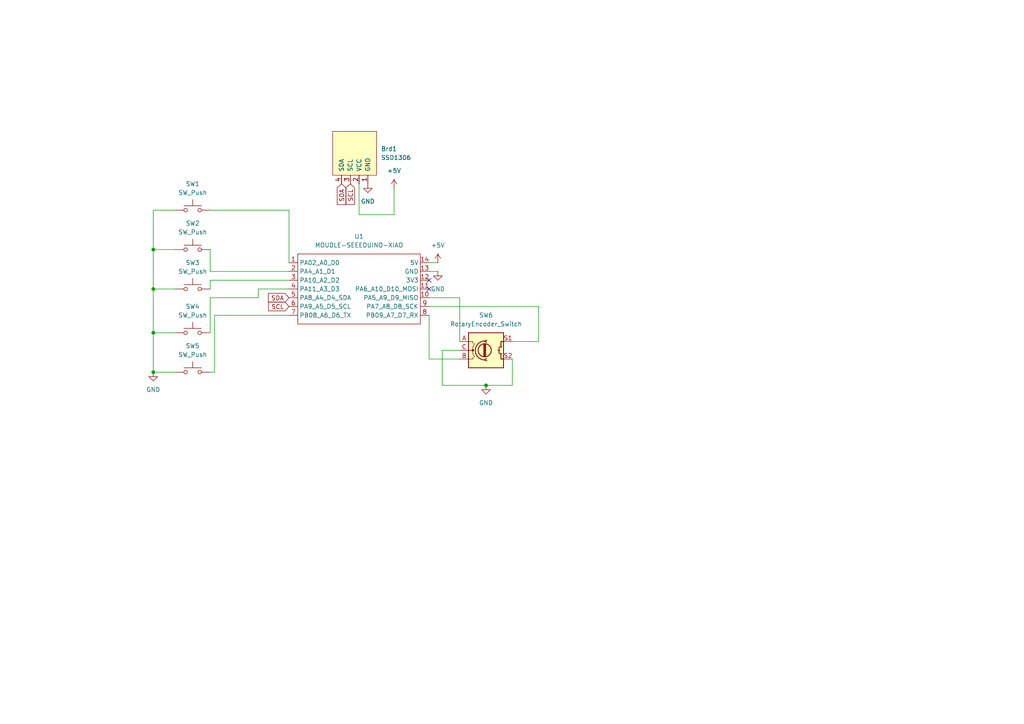
<source format=kicad_sch>
(kicad_sch (version 20231120) (generator "eeschema") (generator_version "8.0")
  (paper "A4")
  (lib_symbols
    (symbol "Device:RotaryEncoder_Switch" (pin_names (offset 0.254) hide)
      (property "Reference" "SW" (at 0 6.604 0))
      (property "Value" "RotaryEncoder_Switch" (at 0 -6.604 0))
      (symbol "RotaryEncoder_Switch_0_1"
        (rectangle (start -5.08 5.08) (end 5.08 -5.08) (stroke (width 0.254)) (fill (type background)))
        (circle (center -3.81 0) (radius 0.254) (fill (type outline)))
        (circle (center -0.381 0) (radius 1.905) (stroke (width 0.254)))
        (arc (start -0.381 2.667) (mid -3.0988 -0.0635) (end -0.381 -2.794) (stroke (width 0.254)))
        (polyline (pts (xy -0.635 -1.778) (xy -0.635 1.778)) (stroke (width 0.254)))
        (polyline (pts (xy -0.381 -1.778) (xy -0.381 1.778)) (stroke (width 0.254)))
        (polyline (pts (xy -0.127 1.778) (xy -0.127 -1.778)) (stroke (width 0.254)))
        (polyline (pts (xy 3.81 0) (xy 3.429 0)) (stroke (width 0.254)))
        (polyline (pts (xy 3.81 1.016) (xy 3.81 -1.016)) (stroke (width 0.254)))
        (polyline (pts (xy -5.08 -2.54) (xy -3.81 -2.54) (xy -3.81 -2.032)))
        (polyline (pts (xy -5.08 2.54) (xy -3.81 2.54) (xy -3.81 2.032)))
        (polyline (pts (xy 0.254 -3.048) (xy -0.508 -2.794) (xy 0.127 -2.413)) (stroke (width 0.254)))
        (polyline (pts (xy 0.254 2.921) (xy -0.508 2.667) (xy 0.127 2.286)) (stroke (width 0.254)))
        (polyline (pts (xy 5.08 -2.54) (xy 4.318 -2.54) (xy 4.318 -1.016)) (stroke (width 0.254)))
        (polyline (pts (xy 5.08 2.54) (xy 4.318 2.54) (xy 4.318 1.016)) (stroke (width 0.254)))
        (polyline (pts (xy -5.08 0) (xy -3.81 0) (xy -3.81 -1.016) (xy -3.302 -2.032)))
        (polyline (pts (xy -4.318 0) (xy -3.81 0) (xy -3.81 1.016) (xy -3.302 2.032)))
        (circle (center 4.318 -1.016) (radius 0.127) (stroke (width 0.254)))
        (circle (center 4.318 1.016) (radius 0.127) (stroke (width 0.254)))
      )
      (symbol "RotaryEncoder_Switch_1_1"
        (pin passive line (at -7.62 2.54 0) (length 2.54) (name "A") (number "A"))
        (pin passive line (at -7.62 -2.54 0) (length 2.54) (name "B") (number "B"))
        (pin passive line (at -7.62 0 0) (length 2.54) (name "C") (number "C"))
        (pin passive line (at 7.62 2.54 180) (length 2.54) (name "S1") (number "S1"))
        (pin passive line (at 7.62 -2.54 180) (length 2.54) (name "S2") (number "S2"))
      )
    )
    (symbol "SSD1306-128x64_OLED:SSD1306" (pin_names (offset 1.016))
      (property "Reference" "Brd" (at 0 -3.81 0))
      (property "Value" "SSD1306" (at 0 -1.27 0))
      (symbol "SSD1306_0_1"
        (rectangle (start -6.35 6.35) (end 6.35 -6.35) (fill (type background)))
      )
      (symbol "SSD1306_1_1"
        (pin input line (at -3.81 8.89 270) (length 2.54) (name "GND") (number "1"))
        (pin input line (at -1.27 8.89 270) (length 2.54) (name "VCC") (number "2"))
        (pin input line (at 1.27 8.89 270) (length 2.54) (name "SCL") (number "3"))
        (pin input line (at 3.81 8.89 270) (length 2.54) (name "SDA") (number "4"))
      )
    )
    (symbol "Switch:SW_Push" (pin_numbers hide) (pin_names (offset 1.016) hide)
      (property "Reference" "SW" (at 1.27 2.54 0))
      (property "Value" "SW_Push" (at 0 -1.524 0))
      (symbol "SW_Push_0_1"
        (circle (center -2.032 0) (radius 0.508))
        (polyline (pts (xy 0 1.27) (xy 0 3.048)))
        (polyline (pts (xy 2.54 1.27) (xy -2.54 1.27)))
        (circle (center 2.032 0) (radius 0.508))
        (pin passive line (at -5.08 0 0) (length 2.54) (name "1") (number "1"))
        (pin passive line (at 5.08 0 180) (length 2.54) (name "2") (number "2"))
      )
    )
    (symbol "XIAO_RP2040:MOUDLE-SEEEDUINO-XIAO"
      (property "Reference" "U" (at -16.51 11.43 0))
      (property "Value" "MOUDLE-SEEEDUINO-XIAO" (at -3.81 -11.43 0))
      (symbol "MOUDLE-SEEEDUINO-XIAO_0_1"
        (rectangle (start -16.51 10.16) (end 19.05 -10.16))
      )
      (symbol "MOUDLE-SEEEDUINO-XIAO_1_1"
        (pin passive line (at -19.05 7.62 0) (length 2.54) (name "PA02_A0_D0") (number "1"))
        (pin passive line (at 21.59 -2.54 180) (length 2.54) (name "PA5_A9_D9_MISO") (number "10"))
        (pin passive line (at 21.59 0 180) (length 2.54) (name "PA6_A10_D10_MOSI") (number "11"))
        (pin passive line (at 21.59 2.54 180) (length 2.54) (name "3V3") (number "12"))
        (pin passive line (at 21.59 5.08 180) (length 2.54) (name "GND") (number "13"))
        (pin passive line (at 21.59 7.62 180) (length 2.54) (name "5V") (number "14"))
        (pin passive line (at -19.05 5.08 0) (length 2.54) (name "PA4_A1_D1") (number "2"))
        (pin passive line (at -19.05 2.54 0) (length 2.54) (name "PA10_A2_D2") (number "3"))
        (pin passive line (at -19.05 0 0) (length 2.54) (name "PA11_A3_D3") (number "4"))
        (pin passive line (at -19.05 -2.54 0) (length 2.54) (name "PA8_A4_D4_SDA") (number "5"))
        (pin passive line (at -19.05 -5.08 0) (length 2.54) (name "PA9_A5_D5_SCL") (number "6"))
        (pin passive line (at -19.05 -7.62 0) (length 2.54) (name "PB08_A6_D6_TX") (number "7"))
        (pin passive line (at 21.59 -7.62 180) (length 2.54) (name "PB09_A7_D7_RX") (number "8"))
        (pin passive line (at 21.59 -5.08 180) (length 2.54) (name "PA7_A8_D8_SCK") (number "9"))
      )
    )
    (symbol "power:+5V" (power) (pin_numbers hide) (pin_names (offset 0) hide)
      (property "Value" "+5V" (at 0 3.556 0))
      (symbol "+5V_0_1"
        (polyline (pts (xy -0.762 1.27) (xy 0 2.54)))
        (polyline (pts (xy 0 0) (xy 0 2.54)))
        (polyline (pts (xy 0 2.54) (xy 0.762 1.27)))
      )
      (symbol "+5V_1_1"
        (pin power_in line (at 0 0 90) (length 0) (name "~") (number "1"))
      )
    )
    (symbol "power:GND" (power) (pin_numbers hide) (pin_names (offset 0) hide)
      (property "Value" "GND" (at 0 -3.81 0))
      (symbol "GND_0_1"
        (polyline (pts (xy 0 0) (xy 0 -1.27) (xy 1.27 -1.27) (xy 0 -2.54) (xy -1.27 -1.27) (xy 0 -1.27)))
      )
      (symbol "GND_1_1"
        (pin power_in line (at 0 0 270) (length 0) (name "~") (number "1"))
      )
    )
  )
  (junction (at 44.45 83.82))
  (junction (at 44.45 72.39))
  (junction (at 44.45 96.52))
  (junction (at 44.45 107.95))
  (junction (at 140.97 111.76))
  (no_connect (at 124.46 83.82))
  (no_connect (at 124.46 81.28))
  (wire (pts (xy 74.93 86.36) (xy 74.93 83.82)))
  (wire (pts (xy 44.45 60.96) (xy 44.45 72.39)))
  (wire (pts (xy 128.27 111.76) (xy 140.97 111.76)))
  (wire (pts (xy 60.96 107.95) (xy 62.23 107.95)))
  (wire (pts (xy 156.21 88.9) (xy 124.46 88.9)))
  (wire (pts (xy 104.14 53.34) (xy 104.14 62.23)))
  (wire (pts (xy 74.93 83.82) (xy 83.82 83.82)))
  (wire (pts (xy 133.35 101.6) (xy 128.27 101.6)))
  (wire (pts (xy 50.8 72.39) (xy 44.45 72.39)))
  (wire (pts (xy 50.8 83.82) (xy 44.45 83.82)))
  (wire (pts (xy 44.45 72.39) (xy 44.45 83.82)))
  (wire (pts (xy 148.59 99.06) (xy 156.21 99.06)))
  (wire (pts (xy 124.46 78.74) (xy 127 78.74)))
  (wire (pts (xy 114.3 62.23) (xy 114.3 54.61)))
  (wire (pts (xy 133.35 86.36) (xy 124.46 86.36)))
  (wire (pts (xy 124.46 76.2) (xy 127 76.2)))
  (wire (pts (xy 104.14 62.23) (xy 114.3 62.23)))
  (wire (pts (xy 133.35 99.06) (xy 133.35 86.36)))
  (wire (pts (xy 60.96 78.74) (xy 83.82 78.74)))
  (wire (pts (xy 62.23 107.95) (xy 62.23 91.44)))
  (wire (pts (xy 60.96 81.28) (xy 83.82 81.28)))
  (wire (pts (xy 44.45 96.52) (xy 44.45 107.95)))
  (wire (pts (xy 83.82 60.96) (xy 83.82 76.2)))
  (wire (pts (xy 60.96 96.52) (xy 60.96 86.36)))
  (wire (pts (xy 50.8 96.52) (xy 44.45 96.52)))
  (wire (pts (xy 60.96 60.96) (xy 83.82 60.96)))
  (wire (pts (xy 133.35 104.14) (xy 124.46 104.14)))
  (wire (pts (xy 44.45 83.82) (xy 44.45 96.52)))
  (wire (pts (xy 44.45 107.95) (xy 50.8 107.95)))
  (wire (pts (xy 124.46 104.14) (xy 124.46 91.44)))
  (wire (pts (xy 148.59 104.14) (xy 148.59 111.76)))
  (wire (pts (xy 128.27 101.6) (xy 128.27 111.76)))
  (wire (pts (xy 60.96 83.82) (xy 60.96 81.28)))
  (wire (pts (xy 60.96 86.36) (xy 74.93 86.36)))
  (wire (pts (xy 60.96 72.39) (xy 60.96 78.74)))
  (wire (pts (xy 62.23 91.44) (xy 83.82 91.44)))
  (wire (pts (xy 156.21 99.06) (xy 156.21 88.9)))
  (wire (pts (xy 148.59 111.76) (xy 140.97 111.76)))
  (wire (pts (xy 50.8 60.96) (xy 44.45 60.96)))
  (global_label "SCL" (shape input) (at 101.6 53.34 270) (property "Intersheetrefs" "${INTERSHEET_REFS}" (effects (hide yes))))
  (global_label "SDA" (shape input) (at 83.82 86.36 180) (property "Intersheetrefs" "${INTERSHEET_REFS}" (effects (hide yes))))
  (global_label "SCL" (shape input) (at 83.82 88.9 180) (property "Intersheetrefs" "${INTERSHEET_REFS}" (effects (hide yes))))
  (global_label "SDA" (shape input) (at 99.06 53.34 270) (property "Intersheetrefs" "${INTERSHEET_REFS}" (effects (hide yes))))
  (symbol (lib_id "Switch:SW_Push") (at 55.88 60.96 0) (unit 1)
    (property "Reference" "SW1" (at 55.88 53.34 0))
    (property "Value" "SW_Push" (at 55.88 55.88 0))
    (property "Footprint" "Button_Switch_Keyboard:SW_Cherry_MX_1.00u_PCB" (effects (hide yes)))
    (property "Description" "Push button switch, generic, two pins" (effects (hide yes)))
  )
  (symbol (lib_id "Switch:SW_Push") (at 55.88 83.82 0) (unit 1)
    (property "Reference" "SW3" (at 55.88 76.2 0))
    (property "Value" "SW_Push" (at 55.88 78.74 0))
    (property "Footprint" "Button_Switch_Keyboard:SW_Cherry_MX_1.00u_PCB" (effects (hide yes)))
    (property "Description" "Push button switch, generic, two pins" (effects (hide yes)))
  )
  (symbol (lib_id "power:GND") (at 44.45 107.95 0) (unit 1)
    (property "Reference" "#PWR01" (effects (hide yes)))
    (property "Value" "GND" (at 44.45 113.03 0))
    (property "Description" "Power symbol creates a global label with name \"GND\" , ground" (effects (hide yes)))
  )
  (symbol (lib_id "power:+5V") (at 114.3 54.61 0) (unit 1)
    (property "Reference" "#PWR05" (effects (hide yes)))
    (property "Value" "+5V" (at 114.3 49.53 0))
    (property "Description" "Power symbol creates a global label with name \"+5V\"" (effects (hide yes)))
  )
  (symbol (lib_id "power:+5V") (at 127 76.2 0) (unit 1)
    (property "Reference" "#PWR06" (effects (hide yes)))
    (property "Value" "+5V" (at 127 71.12 0))
    (property "Description" "Power symbol creates a global label with name \"+5V\"" (effects (hide yes)))
  )
  (symbol (lib_id "power:GND") (at 140.97 111.76 0) (unit 1)
    (property "Reference" "#PWR04" (effects (hide yes)))
    (property "Value" "GND" (at 140.97 116.84 0))
    (property "Description" "Power symbol creates a global label with name \"GND\" , ground" (effects (hide yes)))
  )
  (symbol (lib_id "Switch:SW_Push") (at 55.88 72.39 0) (unit 1)
    (property "Reference" "SW2" (at 55.88 64.77 0))
    (property "Value" "SW_Push" (at 55.88 67.31 0))
    (property "Footprint" "Button_Switch_Keyboard:SW_Cherry_MX_1.00u_PCB" (effects (hide yes)))
    (property "Description" "Push button switch, generic, two pins" (effects (hide yes)))
  )
  (symbol (lib_id "Switch:SW_Push") (at 55.88 107.95 0) (unit 1)
    (property "Reference" "SW5" (at 55.88 100.33 0))
    (property "Value" "SW_Push" (at 55.88 102.87 0))
    (property "Footprint" "Button_Switch_Keyboard:SW_Cherry_MX_1.00u_PCB" (effects (hide yes)))
    (property "Description" "Push button switch, generic, two pins" (effects (hide yes)))
  )
  (symbol (lib_id "SSD1306-128x64_OLED:SSD1306") (at 102.87 44.45 180) (unit 1)
    (property "Reference" "Brd1" (at 110.49 43.1799 0) (effects (justify right)))
    (property "Value" "SSD1306" (at 110.49 45.7199 0) (effects (justify right)))
    (property "Footprint" "SSD1306:128x64OLED" (effects (hide yes)))
    (property "Description" "SSD1306 OLED" (effects (hide yes)))
  )
  (symbol (lib_id "power:GND") (at 127 78.74 0) (unit 1)
    (property "Reference" "#PWR02" (effects (hide yes)))
    (property "Value" "GND" (at 127 83.82 0))
    (property "Description" "Power symbol creates a global label with name \"GND\" , ground" (effects (hide yes)))
  )
  (symbol (lib_id "Switch:SW_Push") (at 55.88 96.52 0) (unit 1)
    (property "Reference" "SW4" (at 55.88 88.9 0))
    (property "Value" "SW_Push" (at 55.88 91.44 0))
    (property "Footprint" "Button_Switch_Keyboard:SW_Cherry_MX_1.00u_PCB" (effects (hide yes)))
    (property "Description" "Push button switch, generic, two pins" (effects (hide yes)))
  )
  (symbol (lib_id "power:GND") (at 106.68 53.34 0) (unit 1)
    (property "Reference" "#PWR03" (effects (hide yes)))
    (property "Value" "GND" (at 106.68 58.42 0))
    (property "Description" "Power symbol creates a global label with name \"GND\" , ground" (effects (hide yes)))
  )
  (symbol (lib_id "Device:RotaryEncoder_Switch") (at 140.97 101.6 0) (unit 1)
    (property "Reference" "SW6" (at 140.97 91.44 0))
    (property "Value" "RotaryEncoder_Switch" (at 140.97 93.98 0))
    (property "Footprint" "Rotary_Encoder:RotaryEncoder_Alps_EC11E-Switch_Vertical_H20mm" (effects (hide yes)))
    (property "Description" "Rotary encoder, dual channel, incremental quadrate outputs, with switch" (effects (hide yes)))
  )
  (symbol (lib_id "XIAO_RP2040:MOUDLE-SEEEDUINO-XIAO") (at 102.87 83.82 0) (unit 1)
    (property "Reference" "U1" (at 104.14 68.58 0))
    (property "Value" "MOUDLE-SEEEDUINO-XIAO" (at 104.14 71.12 0))
    (property "Footprint" "Seeed Studio XIAO Series Library:XIAO-Generic-Hybrid-14P-2.54-21X17.8MM" (effects (hide yes)))
  )
)
</source>
